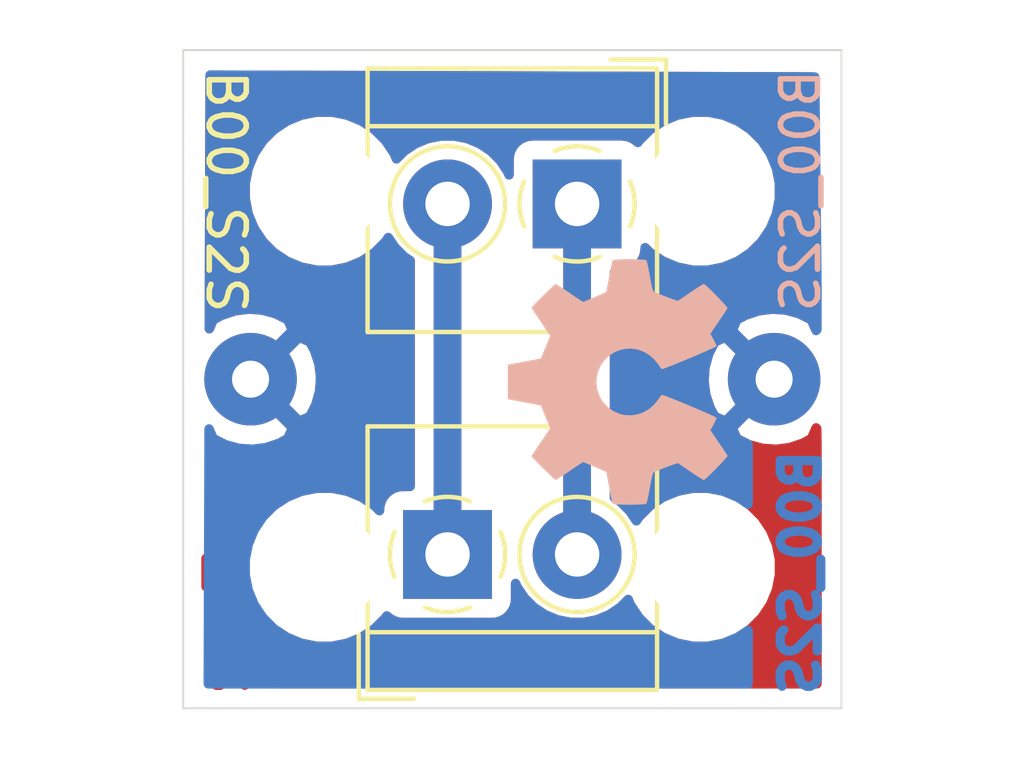
<source format=kicad_pcb>
(kicad_pcb (version 20171130) (host pcbnew 5.1.5-52549c5~86~ubuntu18.04.1)

  (general
    (thickness 1.6)
    (drawings 8)
    (tracks 4)
    (zones 0)
    (modules 9)
    (nets 4)
  )

  (page A4)
  (title_block
    (title "B00 Screw terminal to screw terminal")
    (company Galopago)
  )

  (layers
    (0 F.Cu signal)
    (31 B.Cu signal)
    (32 B.Adhes user)
    (33 F.Adhes user)
    (34 B.Paste user)
    (35 F.Paste user)
    (36 B.SilkS user)
    (37 F.SilkS user)
    (38 B.Mask user)
    (39 F.Mask user)
    (40 Dwgs.User user)
    (41 Cmts.User user)
    (42 Eco1.User user)
    (43 Eco2.User user)
    (44 Edge.Cuts user)
    (45 Margin user)
    (46 B.CrtYd user)
    (47 F.CrtYd user)
    (48 B.Fab user)
    (49 F.Fab user)
  )

  (setup
    (last_trace_width 0.75)
    (trace_clearance 0.2)
    (zone_clearance 0.508)
    (zone_45_only no)
    (trace_min 0.2)
    (via_size 0.8)
    (via_drill 0.4)
    (via_min_size 0.4)
    (via_min_drill 0.3)
    (uvia_size 0.3)
    (uvia_drill 0.1)
    (uvias_allowed no)
    (uvia_min_size 0.2)
    (uvia_min_drill 0.1)
    (edge_width 0.05)
    (segment_width 0.2)
    (pcb_text_width 0.3)
    (pcb_text_size 1.5 1.5)
    (mod_edge_width 0.12)
    (mod_text_size 1 1)
    (mod_text_width 0.15)
    (pad_size 3 3)
    (pad_drill 3)
    (pad_to_mask_clearance 0.051)
    (solder_mask_min_width 0.25)
    (aux_axis_origin 0 0)
    (visible_elements FFFFFF7F)
    (pcbplotparams
      (layerselection 0x00000_7fffffff)
      (usegerberextensions false)
      (usegerberattributes false)
      (usegerberadvancedattributes false)
      (creategerberjobfile false)
      (excludeedgelayer true)
      (linewidth 0.100000)
      (plotframeref false)
      (viasonmask false)
      (mode 1)
      (useauxorigin false)
      (hpglpennumber 1)
      (hpglpenspeed 20)
      (hpglpendiameter 15.000000)
      (psnegative false)
      (psa4output false)
      (plotreference true)
      (plotvalue true)
      (plotinvisibletext false)
      (padsonsilk false)
      (subtractmaskfromsilk false)
      (outputformat 5)
      (mirror false)
      (drillshape 2)
      (scaleselection 1)
      (outputdirectory "gerber/single/"))
  )

  (net 0 "")
  (net 1 "Net-(J0-Pad1)")
  (net 2 "Net-(J2-Pad2)")
  (net 3 "Net-(J2-Pad1)")

  (net_class Default "This is the default net class."
    (clearance 0.2)
    (trace_width 0.75)
    (via_dia 0.8)
    (via_drill 0.4)
    (uvia_dia 0.3)
    (uvia_drill 0.1)
    (add_net "Net-(J0-Pad1)")
    (add_net "Net-(J2-Pad1)")
    (add_net "Net-(J2-Pad2)")
  )

  (module Symbol:OSHW-Symbol_6.7x6mm_SilkScreen (layer B.Cu) (tedit 0) (tstamp 5F529FAD)
    (at 31.75 28.956 270)
    (descr "Open Source Hardware Symbol")
    (tags "Logo Symbol OSHW")
    (attr virtual)
    (fp_text reference REF** (at 0 0 90) (layer B.SilkS) hide
      (effects (font (size 1 1) (thickness 0.15)) (justify mirror))
    )
    (fp_text value OSHW-Symbol_6.7x6mm_SilkScreen (at 0.75 0 90) (layer B.Fab) hide
      (effects (font (size 1 1) (thickness 0.15)) (justify mirror))
    )
    (fp_poly (pts (xy 0.555814 2.531069) (xy 0.639635 2.086445) (xy 0.94892 1.958947) (xy 1.258206 1.831449)
      (xy 1.629246 2.083754) (xy 1.733157 2.154004) (xy 1.827087 2.216728) (xy 1.906652 2.269062)
      (xy 1.96747 2.308143) (xy 2.005157 2.331107) (xy 2.015421 2.336058) (xy 2.03391 2.323324)
      (xy 2.07342 2.288118) (xy 2.129522 2.234938) (xy 2.197787 2.168282) (xy 2.273786 2.092646)
      (xy 2.353092 2.012528) (xy 2.431275 1.932426) (xy 2.503907 1.856836) (xy 2.566559 1.790255)
      (xy 2.614803 1.737182) (xy 2.64421 1.702113) (xy 2.651241 1.690377) (xy 2.641123 1.66874)
      (xy 2.612759 1.621338) (xy 2.569129 1.552807) (xy 2.513218 1.467785) (xy 2.448006 1.370907)
      (xy 2.410219 1.31565) (xy 2.341343 1.214752) (xy 2.28014 1.123701) (xy 2.229578 1.04703)
      (xy 2.192628 0.989272) (xy 2.172258 0.954957) (xy 2.169197 0.947746) (xy 2.176136 0.927252)
      (xy 2.195051 0.879487) (xy 2.223087 0.811168) (xy 2.257391 0.729011) (xy 2.295109 0.63973)
      (xy 2.333387 0.550042) (xy 2.36937 0.466662) (xy 2.400206 0.396306) (xy 2.423039 0.34569)
      (xy 2.435017 0.321529) (xy 2.435724 0.320578) (xy 2.454531 0.315964) (xy 2.504618 0.305672)
      (xy 2.580793 0.290713) (xy 2.677865 0.272099) (xy 2.790643 0.250841) (xy 2.856442 0.238582)
      (xy 2.97695 0.215638) (xy 3.085797 0.193805) (xy 3.177476 0.174278) (xy 3.246481 0.158252)
      (xy 3.287304 0.146921) (xy 3.295511 0.143326) (xy 3.303548 0.118994) (xy 3.310033 0.064041)
      (xy 3.31497 -0.015108) (xy 3.318364 -0.112026) (xy 3.320218 -0.220287) (xy 3.320538 -0.333465)
      (xy 3.319327 -0.445135) (xy 3.31659 -0.548868) (xy 3.312331 -0.638241) (xy 3.306555 -0.706826)
      (xy 3.299267 -0.748197) (xy 3.294895 -0.75681) (xy 3.268764 -0.767133) (xy 3.213393 -0.781892)
      (xy 3.136107 -0.799352) (xy 3.04423 -0.81778) (xy 3.012158 -0.823741) (xy 2.857524 -0.852066)
      (xy 2.735375 -0.874876) (xy 2.641673 -0.89308) (xy 2.572384 -0.907583) (xy 2.523471 -0.919292)
      (xy 2.490897 -0.929115) (xy 2.470628 -0.937956) (xy 2.458626 -0.946724) (xy 2.456947 -0.948457)
      (xy 2.440184 -0.976371) (xy 2.414614 -1.030695) (xy 2.382788 -1.104777) (xy 2.34726 -1.191965)
      (xy 2.310583 -1.285608) (xy 2.275311 -1.379052) (xy 2.243996 -1.465647) (xy 2.219193 -1.53874)
      (xy 2.203454 -1.591678) (xy 2.199332 -1.617811) (xy 2.199676 -1.618726) (xy 2.213641 -1.640086)
      (xy 2.245322 -1.687084) (xy 2.291391 -1.754827) (xy 2.348518 -1.838423) (xy 2.413373 -1.932982)
      (xy 2.431843 -1.959854) (xy 2.497699 -2.057275) (xy 2.55565 -2.146163) (xy 2.602538 -2.221412)
      (xy 2.635207 -2.27792) (xy 2.6505 -2.310581) (xy 2.651241 -2.314593) (xy 2.638392 -2.335684)
      (xy 2.602888 -2.377464) (xy 2.549293 -2.435445) (xy 2.482171 -2.505135) (xy 2.406087 -2.582045)
      (xy 2.325604 -2.661683) (xy 2.245287 -2.739561) (xy 2.169699 -2.811186) (xy 2.103405 -2.87207)
      (xy 2.050969 -2.917721) (xy 2.016955 -2.94365) (xy 2.007545 -2.947883) (xy 1.985643 -2.937912)
      (xy 1.9408 -2.91102) (xy 1.880321 -2.871736) (xy 1.833789 -2.840117) (xy 1.749475 -2.782098)
      (xy 1.649626 -2.713784) (xy 1.549473 -2.645579) (xy 1.495627 -2.609075) (xy 1.313371 -2.4858)
      (xy 1.160381 -2.56852) (xy 1.090682 -2.604759) (xy 1.031414 -2.632926) (xy 0.991311 -2.648991)
      (xy 0.981103 -2.651226) (xy 0.968829 -2.634722) (xy 0.944613 -2.588082) (xy 0.910263 -2.515609)
      (xy 0.867588 -2.421606) (xy 0.818394 -2.310374) (xy 0.76449 -2.186215) (xy 0.707684 -2.053432)
      (xy 0.649782 -1.916327) (xy 0.592593 -1.779202) (xy 0.537924 -1.646358) (xy 0.487584 -1.522098)
      (xy 0.44338 -1.410725) (xy 0.407119 -1.316539) (xy 0.380609 -1.243844) (xy 0.365658 -1.196941)
      (xy 0.363254 -1.180833) (xy 0.382311 -1.160286) (xy 0.424036 -1.126933) (xy 0.479706 -1.087702)
      (xy 0.484378 -1.084599) (xy 0.628264 -0.969423) (xy 0.744283 -0.835053) (xy 0.83143 -0.685784)
      (xy 0.888699 -0.525913) (xy 0.915086 -0.359737) (xy 0.909585 -0.191552) (xy 0.87119 -0.025655)
      (xy 0.798895 0.133658) (xy 0.777626 0.168513) (xy 0.666996 0.309263) (xy 0.536302 0.422286)
      (xy 0.390064 0.506997) (xy 0.232808 0.562806) (xy 0.069057 0.589126) (xy -0.096667 0.58537)
      (xy -0.259838 0.55095) (xy -0.415935 0.485277) (xy -0.560433 0.387765) (xy -0.605131 0.348187)
      (xy -0.718888 0.224297) (xy -0.801782 0.093876) (xy -0.858644 -0.052315) (xy -0.890313 -0.197088)
      (xy -0.898131 -0.35986) (xy -0.872062 -0.52344) (xy -0.814755 -0.682298) (xy -0.728856 -0.830906)
      (xy -0.617014 -0.963735) (xy -0.481877 -1.075256) (xy -0.464117 -1.087011) (xy -0.40785 -1.125508)
      (xy -0.365077 -1.158863) (xy -0.344628 -1.18016) (xy -0.344331 -1.180833) (xy -0.348721 -1.203871)
      (xy -0.366124 -1.256157) (xy -0.394732 -1.33339) (xy -0.432735 -1.431268) (xy -0.478326 -1.545491)
      (xy -0.529697 -1.671758) (xy -0.585038 -1.805767) (xy -0.642542 -1.943218) (xy -0.700399 -2.079808)
      (xy -0.756802 -2.211237) (xy -0.809942 -2.333205) (xy -0.85801 -2.441409) (xy -0.899199 -2.531549)
      (xy -0.931699 -2.599323) (xy -0.953703 -2.64043) (xy -0.962564 -2.651226) (xy -0.98964 -2.642819)
      (xy -1.040303 -2.620272) (xy -1.105817 -2.587613) (xy -1.141841 -2.56852) (xy -1.294832 -2.4858)
      (xy -1.477088 -2.609075) (xy -1.570125 -2.672228) (xy -1.671985 -2.741727) (xy -1.767438 -2.807165)
      (xy -1.81525 -2.840117) (xy -1.882495 -2.885273) (xy -1.939436 -2.921057) (xy -1.978646 -2.942938)
      (xy -1.991381 -2.947563) (xy -2.009917 -2.935085) (xy -2.050941 -2.900252) (xy -2.110475 -2.846678)
      (xy -2.184542 -2.777983) (xy -2.269165 -2.697781) (xy -2.322685 -2.646286) (xy -2.416319 -2.554286)
      (xy -2.497241 -2.471999) (xy -2.562177 -2.402945) (xy -2.607858 -2.350644) (xy -2.631011 -2.318616)
      (xy -2.633232 -2.312116) (xy -2.622924 -2.287394) (xy -2.594439 -2.237405) (xy -2.550937 -2.167212)
      (xy -2.495577 -2.081875) (xy -2.43152 -1.986456) (xy -2.413303 -1.959854) (xy -2.346927 -1.863167)
      (xy -2.287378 -1.776117) (xy -2.237984 -1.703595) (xy -2.202075 -1.650493) (xy -2.182981 -1.621703)
      (xy -2.181136 -1.618726) (xy -2.183895 -1.595782) (xy -2.198538 -1.545336) (xy -2.222513 -1.474041)
      (xy -2.253266 -1.388547) (xy -2.288244 -1.295507) (xy -2.324893 -1.201574) (xy -2.360661 -1.113399)
      (xy -2.392994 -1.037634) (xy -2.419338 -0.980931) (xy -2.437142 -0.949943) (xy -2.438407 -0.948457)
      (xy -2.449294 -0.939601) (xy -2.467682 -0.930843) (xy -2.497606 -0.921277) (xy -2.543103 -0.909996)
      (xy -2.608209 -0.896093) (xy -2.696961 -0.878663) (xy -2.813393 -0.856798) (xy -2.961542 -0.829591)
      (xy -2.993618 -0.823741) (xy -3.088686 -0.805374) (xy -3.171565 -0.787405) (xy -3.23493 -0.771569)
      (xy -3.271458 -0.7596) (xy -3.276356 -0.75681) (xy -3.284427 -0.732072) (xy -3.290987 -0.67679)
      (xy -3.296033 -0.597389) (xy -3.299559 -0.500296) (xy -3.301561 -0.391938) (xy -3.302036 -0.27874)
      (xy -3.300977 -0.167128) (xy -3.298382 -0.063529) (xy -3.294246 0.025632) (xy -3.288563 0.093928)
      (xy -3.281331 0.134934) (xy -3.276971 0.143326) (xy -3.252698 0.151792) (xy -3.197426 0.165565)
      (xy -3.116662 0.18345) (xy -3.015912 0.204252) (xy -2.900683 0.226777) (xy -2.837902 0.238582)
      (xy -2.718787 0.260849) (xy -2.612565 0.281021) (xy -2.524427 0.298085) (xy -2.459566 0.311031)
      (xy -2.423174 0.318845) (xy -2.417184 0.320578) (xy -2.407061 0.34011) (xy -2.385662 0.387157)
      (xy -2.355839 0.454997) (xy -2.320445 0.536909) (xy -2.282332 0.626172) (xy -2.244353 0.716065)
      (xy -2.20936 0.799865) (xy -2.180206 0.870853) (xy -2.159743 0.922306) (xy -2.150823 0.947503)
      (xy -2.150657 0.948604) (xy -2.160769 0.968481) (xy -2.189117 1.014223) (xy -2.232723 1.081283)
      (xy -2.288606 1.165116) (xy -2.353787 1.261174) (xy -2.391679 1.31635) (xy -2.460725 1.417519)
      (xy -2.52205 1.50937) (xy -2.572663 1.587256) (xy -2.609571 1.646531) (xy -2.629782 1.682549)
      (xy -2.632701 1.690623) (xy -2.620153 1.709416) (xy -2.585463 1.749543) (xy -2.533063 1.806507)
      (xy -2.467384 1.875815) (xy -2.392856 1.952969) (xy -2.313913 2.033475) (xy -2.234983 2.112837)
      (xy -2.1605 2.18656) (xy -2.094894 2.250148) (xy -2.042596 2.299106) (xy -2.008039 2.328939)
      (xy -1.996478 2.336058) (xy -1.977654 2.326047) (xy -1.932631 2.297922) (xy -1.865787 2.254546)
      (xy -1.781499 2.198782) (xy -1.684144 2.133494) (xy -1.610707 2.083754) (xy -1.239667 1.831449)
      (xy -0.621095 2.086445) (xy -0.537275 2.531069) (xy -0.453454 2.975693) (xy 0.471994 2.975693)
      (xy 0.555814 2.531069)) (layer B.SilkS) (width 0.01))
  )

  (module TerminalBlock_4Ucon:TerminalBlock_4Ucon_1x02_P3.50mm_Horizontal (layer F.Cu) (tedit 5B294E91) (tstamp 5F528C35)
    (at 27.14 33.6246)
    (descr "Terminal Block 4Ucon ItemNo. 19963, 2 pins, pitch 3.5mm, size 7.7x7mm^2, drill diamater 1.2mm, pad diameter 2.4mm, see http://www.4uconnector.com/online/object/4udrawing/19963.pdf, script-generated using https://github.com/pointhi/kicad-footprint-generator/scripts/TerminalBlock_4Ucon")
    (tags "THT Terminal Block 4Ucon ItemNo. 19963 pitch 3.5mm size 7.7x7mm^2 drill 1.2mm pad 2.4mm")
    (path /5F54E22E)
    (fp_text reference J3 (at 1.75 -4.46) (layer F.SilkS) hide
      (effects (font (size 1 1) (thickness 0.15)))
    )
    (fp_text value Conn_01x02_Female (at 1.75 4.66) (layer F.Fab)
      (effects (font (size 1 1) (thickness 0.15)))
    )
    (fp_text user %R (at 1.75 2.9) (layer F.Fab)
      (effects (font (size 1 1) (thickness 0.15)))
    )
    (fp_line (start 6.1 -3.9) (end -2.6 -3.9) (layer F.CrtYd) (width 0.05))
    (fp_line (start 6.1 4.1) (end 6.1 -3.9) (layer F.CrtYd) (width 0.05))
    (fp_line (start -2.6 4.1) (end 6.1 4.1) (layer F.CrtYd) (width 0.05))
    (fp_line (start -2.6 -3.9) (end -2.6 4.1) (layer F.CrtYd) (width 0.05))
    (fp_line (start -2.4 3.9) (end -0.9 3.9) (layer F.SilkS) (width 0.12))
    (fp_line (start -2.4 2.16) (end -2.4 3.9) (layer F.SilkS) (width 0.12))
    (fp_line (start 2.4 0.069) (end 2.4 -0.069) (layer F.Fab) (width 0.1))
    (fp_line (start 3.431 0.069) (end 2.4 0.069) (layer F.Fab) (width 0.1))
    (fp_line (start 3.431 1.1) (end 3.431 0.069) (layer F.Fab) (width 0.1))
    (fp_line (start 3.569 1.1) (end 3.431 1.1) (layer F.Fab) (width 0.1))
    (fp_line (start 3.569 0.069) (end 3.569 1.1) (layer F.Fab) (width 0.1))
    (fp_line (start 4.6 0.069) (end 3.569 0.069) (layer F.Fab) (width 0.1))
    (fp_line (start 4.6 -0.069) (end 4.6 0.069) (layer F.Fab) (width 0.1))
    (fp_line (start 3.569 -0.069) (end 4.6 -0.069) (layer F.Fab) (width 0.1))
    (fp_line (start 3.569 -1.1) (end 3.569 -0.069) (layer F.Fab) (width 0.1))
    (fp_line (start 3.431 -1.1) (end 3.569 -1.1) (layer F.Fab) (width 0.1))
    (fp_line (start 3.431 -0.069) (end 3.431 -1.1) (layer F.Fab) (width 0.1))
    (fp_line (start 2.4 -0.069) (end 3.431 -0.069) (layer F.Fab) (width 0.1))
    (fp_line (start -1.1 0.069) (end -1.1 -0.069) (layer F.Fab) (width 0.1))
    (fp_line (start -0.069 0.069) (end -1.1 0.069) (layer F.Fab) (width 0.1))
    (fp_line (start -0.069 1.1) (end -0.069 0.069) (layer F.Fab) (width 0.1))
    (fp_line (start 0.069 1.1) (end -0.069 1.1) (layer F.Fab) (width 0.1))
    (fp_line (start 0.069 0.069) (end 0.069 1.1) (layer F.Fab) (width 0.1))
    (fp_line (start 1.1 0.069) (end 0.069 0.069) (layer F.Fab) (width 0.1))
    (fp_line (start 1.1 -0.069) (end 1.1 0.069) (layer F.Fab) (width 0.1))
    (fp_line (start 0.069 -0.069) (end 1.1 -0.069) (layer F.Fab) (width 0.1))
    (fp_line (start 0.069 -1.1) (end 0.069 -0.069) (layer F.Fab) (width 0.1))
    (fp_line (start -0.069 -1.1) (end 0.069 -1.1) (layer F.Fab) (width 0.1))
    (fp_line (start -0.069 -0.069) (end -0.069 -1.1) (layer F.Fab) (width 0.1))
    (fp_line (start -1.1 -0.069) (end -0.069 -0.069) (layer F.Fab) (width 0.1))
    (fp_line (start 5.66 -3.46) (end 5.66 3.66) (layer F.SilkS) (width 0.12))
    (fp_line (start -2.16 -3.46) (end -2.16 3.66) (layer F.SilkS) (width 0.12))
    (fp_line (start -2.16 3.66) (end 5.66 3.66) (layer F.SilkS) (width 0.12))
    (fp_line (start -2.16 -3.46) (end 5.66 -3.46) (layer F.SilkS) (width 0.12))
    (fp_line (start -2.16 2.1) (end 5.66 2.1) (layer F.SilkS) (width 0.12))
    (fp_line (start -2.1 2.1) (end 5.6 2.1) (layer F.Fab) (width 0.1))
    (fp_line (start -2.1 2.1) (end -2.1 -3.4) (layer F.Fab) (width 0.1))
    (fp_line (start -0.6 3.6) (end -2.1 2.1) (layer F.Fab) (width 0.1))
    (fp_line (start 5.6 3.6) (end -0.6 3.6) (layer F.Fab) (width 0.1))
    (fp_line (start 5.6 -3.4) (end 5.6 3.6) (layer F.Fab) (width 0.1))
    (fp_line (start -2.1 -3.4) (end 5.6 -3.4) (layer F.Fab) (width 0.1))
    (fp_circle (center 3.5 0) (end 5.055 0) (layer F.SilkS) (width 0.12))
    (fp_circle (center 3.5 0) (end 4.875 0) (layer F.Fab) (width 0.1))
    (fp_circle (center 0 0) (end 1.375 0) (layer F.Fab) (width 0.1))
    (fp_arc (start 0 0) (end -0.608 1.432) (angle -24) (layer F.SilkS) (width 0.12))
    (fp_arc (start 0 0) (end -1.432 -0.608) (angle -46) (layer F.SilkS) (width 0.12))
    (fp_arc (start 0 0) (end 0.608 -1.432) (angle -46) (layer F.SilkS) (width 0.12))
    (fp_arc (start 0 0) (end 1.432 0.608) (angle -46) (layer F.SilkS) (width 0.12))
    (fp_arc (start 0 0) (end 0 1.555) (angle -23) (layer F.SilkS) (width 0.12))
    (pad 2 thru_hole circle (at 3.5 0) (size 2.4 2.4) (drill 1.2) (layers *.Cu *.Mask)
      (net 3 "Net-(J2-Pad1)"))
    (pad 1 thru_hole rect (at 0 0) (size 2.4 2.4) (drill 1.2) (layers *.Cu *.Mask)
      (net 2 "Net-(J2-Pad2)"))
    (model ${KISYS3DMOD}/TerminalBlock_4Ucon.3dshapes/TerminalBlock_4Ucon_1x02_P3.50mm_Horizontal.wrl
      (at (xyz 0 0 0))
      (scale (xyz 1 1 1))
      (rotate (xyz 0 0 0))
    )
  )

  (module TerminalBlock_4Ucon:TerminalBlock_4Ucon_1x02_P3.50mm_Horizontal (layer F.Cu) (tedit 5B294E91) (tstamp 5F528BFD)
    (at 30.64 24.1554 180)
    (descr "Terminal Block 4Ucon ItemNo. 19963, 2 pins, pitch 3.5mm, size 7.7x7mm^2, drill diamater 1.2mm, pad diameter 2.4mm, see http://www.4uconnector.com/online/object/4udrawing/19963.pdf, script-generated using https://github.com/pointhi/kicad-footprint-generator/scripts/TerminalBlock_4Ucon")
    (tags "THT Terminal Block 4Ucon ItemNo. 19963 pitch 3.5mm size 7.7x7mm^2 drill 1.2mm pad 2.4mm")
    (path /5F54DAD3)
    (fp_text reference J2 (at 1.75 -4.46) (layer F.SilkS) hide
      (effects (font (size 1 1) (thickness 0.15)))
    )
    (fp_text value Conn_01x02_Female (at 1.75 4.66) (layer F.Fab)
      (effects (font (size 1 1) (thickness 0.15)))
    )
    (fp_text user %R (at 1.75 2.9) (layer F.Fab)
      (effects (font (size 1 1) (thickness 0.15)))
    )
    (fp_line (start 6.1 -3.9) (end -2.6 -3.9) (layer F.CrtYd) (width 0.05))
    (fp_line (start 6.1 4.1) (end 6.1 -3.9) (layer F.CrtYd) (width 0.05))
    (fp_line (start -2.6 4.1) (end 6.1 4.1) (layer F.CrtYd) (width 0.05))
    (fp_line (start -2.6 -3.9) (end -2.6 4.1) (layer F.CrtYd) (width 0.05))
    (fp_line (start -2.4 3.9) (end -0.9 3.9) (layer F.SilkS) (width 0.12))
    (fp_line (start -2.4 2.16) (end -2.4 3.9) (layer F.SilkS) (width 0.12))
    (fp_line (start 2.4 0.069) (end 2.4 -0.069) (layer F.Fab) (width 0.1))
    (fp_line (start 3.431 0.069) (end 2.4 0.069) (layer F.Fab) (width 0.1))
    (fp_line (start 3.431 1.1) (end 3.431 0.069) (layer F.Fab) (width 0.1))
    (fp_line (start 3.569 1.1) (end 3.431 1.1) (layer F.Fab) (width 0.1))
    (fp_line (start 3.569 0.069) (end 3.569 1.1) (layer F.Fab) (width 0.1))
    (fp_line (start 4.6 0.069) (end 3.569 0.069) (layer F.Fab) (width 0.1))
    (fp_line (start 4.6 -0.069) (end 4.6 0.069) (layer F.Fab) (width 0.1))
    (fp_line (start 3.569 -0.069) (end 4.6 -0.069) (layer F.Fab) (width 0.1))
    (fp_line (start 3.569 -1.1) (end 3.569 -0.069) (layer F.Fab) (width 0.1))
    (fp_line (start 3.431 -1.1) (end 3.569 -1.1) (layer F.Fab) (width 0.1))
    (fp_line (start 3.431 -0.069) (end 3.431 -1.1) (layer F.Fab) (width 0.1))
    (fp_line (start 2.4 -0.069) (end 3.431 -0.069) (layer F.Fab) (width 0.1))
    (fp_line (start -1.1 0.069) (end -1.1 -0.069) (layer F.Fab) (width 0.1))
    (fp_line (start -0.069 0.069) (end -1.1 0.069) (layer F.Fab) (width 0.1))
    (fp_line (start -0.069 1.1) (end -0.069 0.069) (layer F.Fab) (width 0.1))
    (fp_line (start 0.069 1.1) (end -0.069 1.1) (layer F.Fab) (width 0.1))
    (fp_line (start 0.069 0.069) (end 0.069 1.1) (layer F.Fab) (width 0.1))
    (fp_line (start 1.1 0.069) (end 0.069 0.069) (layer F.Fab) (width 0.1))
    (fp_line (start 1.1 -0.069) (end 1.1 0.069) (layer F.Fab) (width 0.1))
    (fp_line (start 0.069 -0.069) (end 1.1 -0.069) (layer F.Fab) (width 0.1))
    (fp_line (start 0.069 -1.1) (end 0.069 -0.069) (layer F.Fab) (width 0.1))
    (fp_line (start -0.069 -1.1) (end 0.069 -1.1) (layer F.Fab) (width 0.1))
    (fp_line (start -0.069 -0.069) (end -0.069 -1.1) (layer F.Fab) (width 0.1))
    (fp_line (start -1.1 -0.069) (end -0.069 -0.069) (layer F.Fab) (width 0.1))
    (fp_line (start 5.66 -3.46) (end 5.66 3.66) (layer F.SilkS) (width 0.12))
    (fp_line (start -2.16 -3.46) (end -2.16 3.66) (layer F.SilkS) (width 0.12))
    (fp_line (start -2.16 3.66) (end 5.66 3.66) (layer F.SilkS) (width 0.12))
    (fp_line (start -2.16 -3.46) (end 5.66 -3.46) (layer F.SilkS) (width 0.12))
    (fp_line (start -2.16 2.1) (end 5.66 2.1) (layer F.SilkS) (width 0.12))
    (fp_line (start -2.1 2.1) (end 5.6 2.1) (layer F.Fab) (width 0.1))
    (fp_line (start -2.1 2.1) (end -2.1 -3.4) (layer F.Fab) (width 0.1))
    (fp_line (start -0.6 3.6) (end -2.1 2.1) (layer F.Fab) (width 0.1))
    (fp_line (start 5.6 3.6) (end -0.6 3.6) (layer F.Fab) (width 0.1))
    (fp_line (start 5.6 -3.4) (end 5.6 3.6) (layer F.Fab) (width 0.1))
    (fp_line (start -2.1 -3.4) (end 5.6 -3.4) (layer F.Fab) (width 0.1))
    (fp_circle (center 3.5 0) (end 5.055 0) (layer F.SilkS) (width 0.12))
    (fp_circle (center 3.5 0) (end 4.875 0) (layer F.Fab) (width 0.1))
    (fp_circle (center 0 0) (end 1.375 0) (layer F.Fab) (width 0.1))
    (fp_arc (start 0 0) (end -0.608 1.432) (angle -24) (layer F.SilkS) (width 0.12))
    (fp_arc (start 0 0) (end -1.432 -0.608) (angle -46) (layer F.SilkS) (width 0.12))
    (fp_arc (start 0 0) (end 0.608 -1.432) (angle -46) (layer F.SilkS) (width 0.12))
    (fp_arc (start 0 0) (end 1.432 0.608) (angle -46) (layer F.SilkS) (width 0.12))
    (fp_arc (start 0 0) (end 0 1.555) (angle -23) (layer F.SilkS) (width 0.12))
    (pad 2 thru_hole circle (at 3.5 0 180) (size 2.4 2.4) (drill 1.2) (layers *.Cu *.Mask)
      (net 2 "Net-(J2-Pad2)"))
    (pad 1 thru_hole rect (at 0 0 180) (size 2.4 2.4) (drill 1.2) (layers *.Cu *.Mask)
      (net 3 "Net-(J2-Pad1)"))
    (model ${KISYS3DMOD}/TerminalBlock_4Ucon.3dshapes/TerminalBlock_4Ucon_1x02_P3.50mm_Horizontal.wrl
      (at (xyz 0 0 0))
      (scale (xyz 1 1 1))
      (rotate (xyz 0 0 0))
    )
  )

  (module Connector_Wire:SolderWirePad_1x01_Drill1mm (layer F.Cu) (tedit 5AEE5EBE) (tstamp 5F35F15D)
    (at 21.8186 28.89)
    (descr "Wire solder connection")
    (tags connector)
    (path /5F5DB1C6)
    (attr virtual)
    (fp_text reference J1 (at 0 -3.81) (layer F.SilkS) hide
      (effects (font (size 1 1) (thickness 0.15)))
    )
    (fp_text value Conn_01x01_Male (at 0 3.175) (layer F.Fab)
      (effects (font (size 1 1) (thickness 0.15)))
    )
    (fp_line (start 1.75 1.75) (end -1.75 1.75) (layer F.CrtYd) (width 0.05))
    (fp_line (start 1.75 1.75) (end 1.75 -1.75) (layer F.CrtYd) (width 0.05))
    (fp_line (start -1.75 -1.75) (end -1.75 1.75) (layer F.CrtYd) (width 0.05))
    (fp_line (start -1.75 -1.75) (end 1.75 -1.75) (layer F.CrtYd) (width 0.05))
    (fp_text user %R (at 0 0) (layer F.Fab)
      (effects (font (size 1 1) (thickness 0.15)))
    )
    (pad 1 thru_hole circle (at 0 0) (size 2.49936 2.49936) (drill 1.00076) (layers *.Cu *.Mask)
      (net 1 "Net-(J0-Pad1)"))
  )

  (module Connector_Wire:SolderWirePad_1x01_Drill1mm (layer F.Cu) (tedit 5AEE5EBE) (tstamp 5F35F153)
    (at 35.9614 28.89)
    (descr "Wire solder connection")
    (tags connector)
    (path /5F5D91C6)
    (attr virtual)
    (fp_text reference J0 (at 0 -3.81) (layer F.SilkS) hide
      (effects (font (size 1 1) (thickness 0.15)))
    )
    (fp_text value Conn_01x01_Male (at 0 3.175) (layer F.Fab)
      (effects (font (size 1 1) (thickness 0.15)))
    )
    (fp_line (start 1.75 1.75) (end -1.75 1.75) (layer F.CrtYd) (width 0.05))
    (fp_line (start 1.75 1.75) (end 1.75 -1.75) (layer F.CrtYd) (width 0.05))
    (fp_line (start -1.75 -1.75) (end -1.75 1.75) (layer F.CrtYd) (width 0.05))
    (fp_line (start -1.75 -1.75) (end 1.75 -1.75) (layer F.CrtYd) (width 0.05))
    (fp_text user %R (at 0 0) (layer F.Fab)
      (effects (font (size 1 1) (thickness 0.15)))
    )
    (pad 1 thru_hole circle (at 0 0) (size 2.49936 2.49936) (drill 1.00076) (layers *.Cu *.Mask)
      (net 1 "Net-(J0-Pad1)"))
  )

  (module MountingHole:MountingHole_3mm (layer F.Cu) (tedit 56D1B4CB) (tstamp 5F35EB31)
    (at 33.97 33.97)
    (descr "Mounting Hole 3mm, no annular")
    (tags "mounting hole 3mm no annular")
    (path /5F32B3EB)
    (attr virtual)
    (fp_text reference HB1 (at 0 -4) (layer F.SilkS) hide
      (effects (font (size 1 1) (thickness 0.15)))
    )
    (fp_text value MountingHole (at 0 4) (layer F.Fab)
      (effects (font (size 1 1) (thickness 0.15)))
    )
    (fp_circle (center 0 0) (end 3.25 0) (layer F.CrtYd) (width 0.05))
    (fp_circle (center 0 0) (end 3 0) (layer Cmts.User) (width 0.15))
    (fp_text user %R (at 0.3 0) (layer F.Fab)
      (effects (font (size 1 1) (thickness 0.15)))
    )
    (pad 1 np_thru_hole circle (at 0 0) (size 3 3) (drill 3) (layers *.Cu *.Mask))
  )

  (module MountingHole:MountingHole_3mm (layer F.Cu) (tedit 56D1B4CB) (tstamp 5F35EB29)
    (at 23.81 33.97)
    (descr "Mounting Hole 3mm, no annular")
    (tags "mounting hole 3mm no annular")
    (path /5F3277F5)
    (attr virtual)
    (fp_text reference HB0 (at 0 -4) (layer F.SilkS) hide
      (effects (font (size 1 1) (thickness 0.15)))
    )
    (fp_text value MountingHole (at 0 4) (layer F.Fab)
      (effects (font (size 1 1) (thickness 0.15)))
    )
    (fp_circle (center 0 0) (end 3.25 0) (layer F.CrtYd) (width 0.05))
    (fp_circle (center 0 0) (end 3 0) (layer Cmts.User) (width 0.15))
    (fp_text user %R (at 0.3 0) (layer F.Fab)
      (effects (font (size 1 1) (thickness 0.15)))
    )
    (pad 1 np_thru_hole circle (at 0 0) (size 3 3) (drill 3) (layers *.Cu *.Mask))
  )

  (module MountingHole:MountingHole_3mm (layer F.Cu) (tedit 56D1B4CB) (tstamp 5F35EAA9)
    (at 33.97 23.81)
    (descr "Mounting Hole 3mm, no annular")
    (tags "mounting hole 3mm no annular")
    (path /5F324A16)
    (attr virtual)
    (fp_text reference HA1 (at 0 -4) (layer F.SilkS) hide
      (effects (font (size 1 1) (thickness 0.15)))
    )
    (fp_text value MountingHole (at 0 4) (layer F.Fab)
      (effects (font (size 1 1) (thickness 0.15)))
    )
    (fp_circle (center 0 0) (end 3.25 0) (layer F.CrtYd) (width 0.05))
    (fp_circle (center 0 0) (end 3 0) (layer Cmts.User) (width 0.15))
    (fp_text user %R (at 0.3 0) (layer F.Fab)
      (effects (font (size 1 1) (thickness 0.15)))
    )
    (pad 1 np_thru_hole circle (at 0 0) (size 3 3) (drill 3) (layers *.Cu *.Mask))
  )

  (module MountingHole:MountingHole_3mm (layer F.Cu) (tedit 56D1B4CB) (tstamp 5F35EAA1)
    (at 23.81 23.81)
    (descr "Mounting Hole 3mm, no annular")
    (tags "mounting hole 3mm no annular")
    (path /5F323A1B)
    (attr virtual)
    (fp_text reference HA0 (at 0 -4) (layer F.SilkS) hide
      (effects (font (size 1 1) (thickness 0.15)))
    )
    (fp_text value MountingHole (at 0 4) (layer F.Fab)
      (effects (font (size 1 1) (thickness 0.15)))
    )
    (fp_circle (center 0 0) (end 3.25 0) (layer F.CrtYd) (width 0.05))
    (fp_circle (center 0 0) (end 3 0) (layer Cmts.User) (width 0.15))
    (fp_text user %R (at 0.3 0) (layer F.Fab)
      (effects (font (size 1 1) (thickness 0.15)))
    )
    (pad 1 np_thru_hole circle (at 0 0) (size 3 3) (drill 3) (layers *.Cu *.Mask))
  )

  (gr_text B00_S2S (at 21.1582 34.0868 -90) (layer F.Cu) (tstamp 5F529B8A)
    (effects (font (size 1 1) (thickness 0.25)))
  )
  (gr_text B00_S2S (at 36.6776 34.1122 -270) (layer B.Cu)
    (effects (font (size 1 1) (thickness 0.25)) (justify mirror))
  )
  (gr_text B00_S2S (at 36.6776 23.7998 -270) (layer B.SilkS) (tstamp 5F529B81)
    (effects (font (size 1 1) (thickness 0.15)) (justify mirror))
  )
  (gr_text B00_S2S (at 21.1582 23.8252 -90) (layer F.SilkS)
    (effects (font (size 1 1) (thickness 0.15)))
  )
  (gr_line (start 20 37.78) (end 37.78 37.78) (layer Edge.Cuts) (width 0.05))
  (gr_line (start 37.78 20) (end 37.78 37.78) (layer Edge.Cuts) (width 0.05))
  (gr_line (start 20 20) (end 37.78 20) (layer Edge.Cuts) (width 0.05))
  (gr_line (start 20 20) (end 20 37.78) (layer Edge.Cuts) (width 0.05))

  (segment (start 27.14 33.6246) (end 27.14 24.1554) (width 0.75) (layer F.Cu) (net 2))
  (segment (start 27.14 24.1554) (end 27.14 33.6246) (width 0.75) (layer B.Cu) (net 2))
  (segment (start 30.64 24.1554) (end 30.64 33.6246) (width 0.75) (layer F.Cu) (net 3))
  (segment (start 30.64 24.1554) (end 30.64 33.6246) (width 0.75) (layer B.Cu) (net 3))

  (zone (net 1) (net_name "Net-(J0-Pad1)") (layer F.Cu) (tstamp 5F52A154) (hatch edge 0.508)
    (connect_pads (clearance 0.508))
    (min_thickness 0.254)
    (fill yes (arc_segments 32) (thermal_gap 0.508) (thermal_bridge_width 0.508))
    (polygon
      (pts
        (xy 37.338 37.3634) (xy 20.5486 37.3634) (xy 20.5994 20.5486) (xy 37.1094 20.5994)
      )
    )
    (filled_polygon
      (pts
        (xy 36.984115 20.726015) (xy 37.076961 27.534677) (xy 36.969296 27.286685) (xy 36.637138 27.120861) (xy 36.279013 27.023025)
        (xy 35.908681 26.996935) (xy 35.540375 27.043595) (xy 35.188249 27.161211) (xy 34.953504 27.286685) (xy 34.827629 27.576623)
        (xy 35.9614 28.710395) (xy 35.975542 28.696252) (xy 36.155148 28.875858) (xy 36.141005 28.89) (xy 36.155148 28.904142)
        (xy 35.975542 29.083748) (xy 35.9614 29.069605) (xy 34.827629 30.203377) (xy 34.953504 30.493315) (xy 35.285662 30.659139)
        (xy 35.643787 30.756975) (xy 36.014119 30.783065) (xy 36.382425 30.736405) (xy 36.734551 30.618789) (xy 36.969296 30.493315)
        (xy 37.09517 30.203378) (xy 37.113603 30.221811) (xy 37.120001 30.690971) (xy 37.120001 37.12) (xy 22.5757 37.12)
        (xy 22.5757 35.71301) (xy 22.798698 35.862012) (xy 23.187244 36.022953) (xy 23.599721 36.105) (xy 24.020279 36.105)
        (xy 24.432756 36.022953) (xy 24.821302 35.862012) (xy 25.170983 35.628363) (xy 25.468363 35.330983) (xy 25.499426 35.284493)
        (xy 25.585506 35.355137) (xy 25.69582 35.414102) (xy 25.815518 35.450412) (xy 25.94 35.462672) (xy 28.34 35.462672)
        (xy 28.464482 35.450412) (xy 28.58418 35.414102) (xy 28.694494 35.355137) (xy 28.791185 35.275785) (xy 28.870537 35.179094)
        (xy 28.929502 35.06878) (xy 28.965812 34.949082) (xy 28.978072 34.8246) (xy 28.978072 34.407438) (xy 29.013844 34.493799)
        (xy 29.214662 34.794344) (xy 29.470256 35.049938) (xy 29.770801 35.250756) (xy 30.10475 35.389082) (xy 30.459268 35.4596)
        (xy 30.820732 35.4596) (xy 31.17525 35.389082) (xy 31.509199 35.250756) (xy 31.809744 35.049938) (xy 32.019524 34.840158)
        (xy 32.077988 34.981302) (xy 32.311637 35.330983) (xy 32.609017 35.628363) (xy 32.958698 35.862012) (xy 33.347244 36.022953)
        (xy 33.759721 36.105) (xy 34.180279 36.105) (xy 34.592756 36.022953) (xy 34.981302 35.862012) (xy 35.330983 35.628363)
        (xy 35.628363 35.330983) (xy 35.862012 34.981302) (xy 36.022953 34.592756) (xy 36.105 34.180279) (xy 36.105 33.759721)
        (xy 36.022953 33.347244) (xy 35.862012 32.958698) (xy 35.628363 32.609017) (xy 35.330983 32.311637) (xy 34.981302 32.077988)
        (xy 34.592756 31.917047) (xy 34.180279 31.835) (xy 33.759721 31.835) (xy 33.347244 31.917047) (xy 32.958698 32.077988)
        (xy 32.609017 32.311637) (xy 32.311637 32.609017) (xy 32.239991 32.716243) (xy 32.065338 32.454856) (xy 31.809744 32.199262)
        (xy 31.65 32.092524) (xy 31.65 28.942719) (xy 34.068335 28.942719) (xy 34.114995 29.311025) (xy 34.232611 29.663151)
        (xy 34.358085 29.897896) (xy 34.648023 30.023771) (xy 35.781795 28.89) (xy 34.648023 27.756229) (xy 34.358085 27.882104)
        (xy 34.192261 28.214262) (xy 34.094425 28.572387) (xy 34.068335 28.942719) (xy 31.65 28.942719) (xy 31.65 25.993472)
        (xy 31.84 25.993472) (xy 31.964482 25.981212) (xy 32.08418 25.944902) (xy 32.194494 25.885937) (xy 32.291185 25.806585)
        (xy 32.370537 25.709894) (xy 32.429502 25.59958) (xy 32.465812 25.479882) (xy 32.478072 25.3554) (xy 32.478072 25.337418)
        (xy 32.609017 25.468363) (xy 32.958698 25.702012) (xy 33.347244 25.862953) (xy 33.759721 25.945) (xy 34.180279 25.945)
        (xy 34.592756 25.862953) (xy 34.981302 25.702012) (xy 35.330983 25.468363) (xy 35.628363 25.170983) (xy 35.862012 24.821302)
        (xy 36.022953 24.432756) (xy 36.105 24.020279) (xy 36.105 23.599721) (xy 36.022953 23.187244) (xy 35.862012 22.798698)
        (xy 35.628363 22.449017) (xy 35.330983 22.151637) (xy 34.981302 21.917988) (xy 34.592756 21.757047) (xy 34.180279 21.675)
        (xy 33.759721 21.675) (xy 33.347244 21.757047) (xy 32.958698 21.917988) (xy 32.609017 22.151637) (xy 32.311637 22.449017)
        (xy 32.280574 22.495507) (xy 32.194494 22.424863) (xy 32.08418 22.365898) (xy 31.964482 22.329588) (xy 31.84 22.317328)
        (xy 29.44 22.317328) (xy 29.315518 22.329588) (xy 29.19582 22.365898) (xy 29.085506 22.424863) (xy 28.988815 22.504215)
        (xy 28.909463 22.600906) (xy 28.850498 22.71122) (xy 28.814188 22.830918) (xy 28.801928 22.9554) (xy 28.801928 23.372562)
        (xy 28.766156 23.286201) (xy 28.565338 22.985656) (xy 28.309744 22.730062) (xy 28.009199 22.529244) (xy 27.67525 22.390918)
        (xy 27.320732 22.3204) (xy 26.959268 22.3204) (xy 26.60475 22.390918) (xy 26.270801 22.529244) (xy 25.970256 22.730062)
        (xy 25.760476 22.939842) (xy 25.702012 22.798698) (xy 25.468363 22.449017) (xy 25.170983 22.151637) (xy 24.821302 21.917988)
        (xy 24.432756 21.757047) (xy 24.020279 21.675) (xy 23.599721 21.675) (xy 23.187244 21.757047) (xy 22.798698 21.917988)
        (xy 22.449017 22.151637) (xy 22.151637 22.449017) (xy 21.917988 22.798698) (xy 21.757047 23.187244) (xy 21.675 23.599721)
        (xy 21.675 24.020279) (xy 21.757047 24.432756) (xy 21.917988 24.821302) (xy 22.151637 25.170983) (xy 22.449017 25.468363)
        (xy 22.798698 25.702012) (xy 23.187244 25.862953) (xy 23.599721 25.945) (xy 24.020279 25.945) (xy 24.432756 25.862953)
        (xy 24.821302 25.702012) (xy 25.170983 25.468363) (xy 25.468363 25.170983) (xy 25.540009 25.063757) (xy 25.714662 25.325144)
        (xy 25.970256 25.580738) (xy 26.130001 25.687476) (xy 26.13 31.786528) (xy 25.94 31.786528) (xy 25.815518 31.798788)
        (xy 25.69582 31.835098) (xy 25.585506 31.894063) (xy 25.488815 31.973415) (xy 25.409463 32.070106) (xy 25.350498 32.18042)
        (xy 25.314188 32.300118) (xy 25.301928 32.4246) (xy 25.301928 32.442582) (xy 25.170983 32.311637) (xy 24.821302 32.077988)
        (xy 24.432756 31.917047) (xy 24.020279 31.835) (xy 23.599721 31.835) (xy 23.187244 31.917047) (xy 22.798698 32.077988)
        (xy 22.5757 32.22699) (xy 22.5757 30.62415) (xy 22.591751 30.618789) (xy 22.826496 30.493315) (xy 22.952371 30.203377)
        (xy 21.8186 29.069605) (xy 21.804458 29.083748) (xy 21.624852 28.904142) (xy 21.638995 28.89) (xy 21.998205 28.89)
        (xy 23.131977 30.023771) (xy 23.421915 29.897896) (xy 23.587739 29.565738) (xy 23.685575 29.207613) (xy 23.711665 28.837281)
        (xy 23.665005 28.468975) (xy 23.547389 28.116849) (xy 23.421915 27.882104) (xy 23.131977 27.756229) (xy 21.998205 28.89)
        (xy 21.638995 28.89) (xy 21.624852 28.875858) (xy 21.804458 28.696252) (xy 21.8186 28.710395) (xy 22.952371 27.576623)
        (xy 22.826496 27.286685) (xy 22.494338 27.120861) (xy 22.136213 27.023025) (xy 21.765881 26.996935) (xy 21.397575 27.043595)
        (xy 21.045449 27.161211) (xy 20.810704 27.286685) (xy 20.70531 27.529448) (xy 20.726015 20.67599)
      )
    )
  )
  (zone (net 1) (net_name "Net-(J0-Pad1)") (layer B.Cu) (tstamp 5F52A151) (hatch edge 0.508)
    (connect_pads (clearance 0.508))
    (min_thickness 0.254)
    (fill yes (arc_segments 32) (thermal_gap 0.508) (thermal_bridge_width 0.508))
    (polygon
      (pts
        (xy 37.1856 20.5994) (xy 37.3634 37.3634) (xy 20.5486 37.3634) (xy 20.5994 20.5486)
      )
    )
    (filled_polygon
      (pts
        (xy 37.059936 20.726015) (xy 37.12 26.389197) (xy 37.12 27.551792) (xy 37.09517 27.576622) (xy 36.969296 27.286685)
        (xy 36.637138 27.120861) (xy 36.279013 27.023025) (xy 35.908681 26.996935) (xy 35.540375 27.043595) (xy 35.188249 27.161211)
        (xy 34.953504 27.286685) (xy 34.827629 27.576623) (xy 35.9614 28.710395) (xy 35.975542 28.696252) (xy 36.155148 28.875858)
        (xy 36.141005 28.89) (xy 36.155148 28.904142) (xy 35.975542 29.083748) (xy 35.9614 29.069605) (xy 34.827629 30.203377)
        (xy 34.953504 30.493315) (xy 35.2601 30.646378) (xy 35.2601 32.264275) (xy 34.981302 32.077988) (xy 34.592756 31.917047)
        (xy 34.180279 31.835) (xy 33.759721 31.835) (xy 33.347244 31.917047) (xy 32.958698 32.077988) (xy 32.609017 32.311637)
        (xy 32.311637 32.609017) (xy 32.239991 32.716243) (xy 32.065338 32.454856) (xy 31.809744 32.199262) (xy 31.65 32.092524)
        (xy 31.65 28.942719) (xy 34.068335 28.942719) (xy 34.114995 29.311025) (xy 34.232611 29.663151) (xy 34.358085 29.897896)
        (xy 34.648023 30.023771) (xy 35.781795 28.89) (xy 34.648023 27.756229) (xy 34.358085 27.882104) (xy 34.192261 28.214262)
        (xy 34.094425 28.572387) (xy 34.068335 28.942719) (xy 31.65 28.942719) (xy 31.65 25.993472) (xy 31.84 25.993472)
        (xy 31.964482 25.981212) (xy 32.08418 25.944902) (xy 32.194494 25.885937) (xy 32.291185 25.806585) (xy 32.370537 25.709894)
        (xy 32.429502 25.59958) (xy 32.465812 25.479882) (xy 32.478072 25.3554) (xy 32.478072 25.337418) (xy 32.609017 25.468363)
        (xy 32.958698 25.702012) (xy 33.347244 25.862953) (xy 33.759721 25.945) (xy 34.180279 25.945) (xy 34.592756 25.862953)
        (xy 34.981302 25.702012) (xy 35.330983 25.468363) (xy 35.628363 25.170983) (xy 35.862012 24.821302) (xy 36.022953 24.432756)
        (xy 36.105 24.020279) (xy 36.105 23.599721) (xy 36.022953 23.187244) (xy 35.862012 22.798698) (xy 35.628363 22.449017)
        (xy 35.330983 22.151637) (xy 34.981302 21.917988) (xy 34.592756 21.757047) (xy 34.180279 21.675) (xy 33.759721 21.675)
        (xy 33.347244 21.757047) (xy 32.958698 21.917988) (xy 32.609017 22.151637) (xy 32.311637 22.449017) (xy 32.280574 22.495507)
        (xy 32.194494 22.424863) (xy 32.08418 22.365898) (xy 31.964482 22.329588) (xy 31.84 22.317328) (xy 29.44 22.317328)
        (xy 29.315518 22.329588) (xy 29.19582 22.365898) (xy 29.085506 22.424863) (xy 28.988815 22.504215) (xy 28.909463 22.600906)
        (xy 28.850498 22.71122) (xy 28.814188 22.830918) (xy 28.801928 22.9554) (xy 28.801928 23.372562) (xy 28.766156 23.286201)
        (xy 28.565338 22.985656) (xy 28.309744 22.730062) (xy 28.009199 22.529244) (xy 27.67525 22.390918) (xy 27.320732 22.3204)
        (xy 26.959268 22.3204) (xy 26.60475 22.390918) (xy 26.270801 22.529244) (xy 25.970256 22.730062) (xy 25.760476 22.939842)
        (xy 25.702012 22.798698) (xy 25.468363 22.449017) (xy 25.170983 22.151637) (xy 24.821302 21.917988) (xy 24.432756 21.757047)
        (xy 24.020279 21.675) (xy 23.599721 21.675) (xy 23.187244 21.757047) (xy 22.798698 21.917988) (xy 22.449017 22.151637)
        (xy 22.151637 22.449017) (xy 21.917988 22.798698) (xy 21.757047 23.187244) (xy 21.675 23.599721) (xy 21.675 24.020279)
        (xy 21.757047 24.432756) (xy 21.917988 24.821302) (xy 22.151637 25.170983) (xy 22.449017 25.468363) (xy 22.798698 25.702012)
        (xy 23.187244 25.862953) (xy 23.599721 25.945) (xy 24.020279 25.945) (xy 24.432756 25.862953) (xy 24.821302 25.702012)
        (xy 25.170983 25.468363) (xy 25.468363 25.170983) (xy 25.540009 25.063757) (xy 25.714662 25.325144) (xy 25.970256 25.580738)
        (xy 26.13 25.687476) (xy 26.130001 31.786528) (xy 25.94 31.786528) (xy 25.815518 31.798788) (xy 25.69582 31.835098)
        (xy 25.585506 31.894063) (xy 25.488815 31.973415) (xy 25.409463 32.070106) (xy 25.350498 32.18042) (xy 25.314188 32.300118)
        (xy 25.301928 32.4246) (xy 25.301928 32.442582) (xy 25.170983 32.311637) (xy 24.821302 32.077988) (xy 24.432756 31.917047)
        (xy 24.020279 31.835) (xy 23.599721 31.835) (xy 23.187244 31.917047) (xy 22.798698 32.077988) (xy 22.449017 32.311637)
        (xy 22.151637 32.609017) (xy 21.917988 32.958698) (xy 21.757047 33.347244) (xy 21.675 33.759721) (xy 21.675 34.180279)
        (xy 21.757047 34.592756) (xy 21.917988 34.981302) (xy 22.151637 35.330983) (xy 22.449017 35.628363) (xy 22.798698 35.862012)
        (xy 23.187244 36.022953) (xy 23.599721 36.105) (xy 24.020279 36.105) (xy 24.432756 36.022953) (xy 24.821302 35.862012)
        (xy 25.170983 35.628363) (xy 25.468363 35.330983) (xy 25.499426 35.284493) (xy 25.585506 35.355137) (xy 25.69582 35.414102)
        (xy 25.815518 35.450412) (xy 25.94 35.462672) (xy 28.34 35.462672) (xy 28.464482 35.450412) (xy 28.58418 35.414102)
        (xy 28.694494 35.355137) (xy 28.791185 35.275785) (xy 28.870537 35.179094) (xy 28.929502 35.06878) (xy 28.965812 34.949082)
        (xy 28.978072 34.8246) (xy 28.978072 34.407438) (xy 29.013844 34.493799) (xy 29.214662 34.794344) (xy 29.470256 35.049938)
        (xy 29.770801 35.250756) (xy 30.10475 35.389082) (xy 30.459268 35.4596) (xy 30.820732 35.4596) (xy 31.17525 35.389082)
        (xy 31.509199 35.250756) (xy 31.809744 35.049938) (xy 32.019524 34.840158) (xy 32.077988 34.981302) (xy 32.311637 35.330983)
        (xy 32.609017 35.628363) (xy 32.958698 35.862012) (xy 33.347244 36.022953) (xy 33.759721 36.105) (xy 34.180279 36.105)
        (xy 34.592756 36.022953) (xy 34.981302 35.862012) (xy 35.2601 35.675725) (xy 35.2601 37.12) (xy 20.676336 37.12)
        (xy 20.697146 30.231748) (xy 20.810704 30.493315) (xy 21.142862 30.659139) (xy 21.500987 30.756975) (xy 21.871319 30.783065)
        (xy 22.239625 30.736405) (xy 22.591751 30.618789) (xy 22.826496 30.493315) (xy 22.952371 30.203377) (xy 21.8186 29.069605)
        (xy 21.804458 29.083748) (xy 21.624852 28.904142) (xy 21.638995 28.89) (xy 21.998205 28.89) (xy 23.131977 30.023771)
        (xy 23.421915 29.897896) (xy 23.587739 29.565738) (xy 23.685575 29.207613) (xy 23.711665 28.837281) (xy 23.665005 28.468975)
        (xy 23.547389 28.116849) (xy 23.421915 27.882104) (xy 23.131977 27.756229) (xy 21.998205 28.89) (xy 21.638995 28.89)
        (xy 21.624852 28.875858) (xy 21.804458 28.696252) (xy 21.8186 28.710395) (xy 22.952371 27.576623) (xy 22.826496 27.286685)
        (xy 22.494338 27.120861) (xy 22.136213 27.023025) (xy 21.765881 26.996935) (xy 21.397575 27.043595) (xy 21.045449 27.161211)
        (xy 20.810704 27.286685) (xy 20.70531 27.529448) (xy 20.726015 20.675988)
      )
    )
  )
)

</source>
